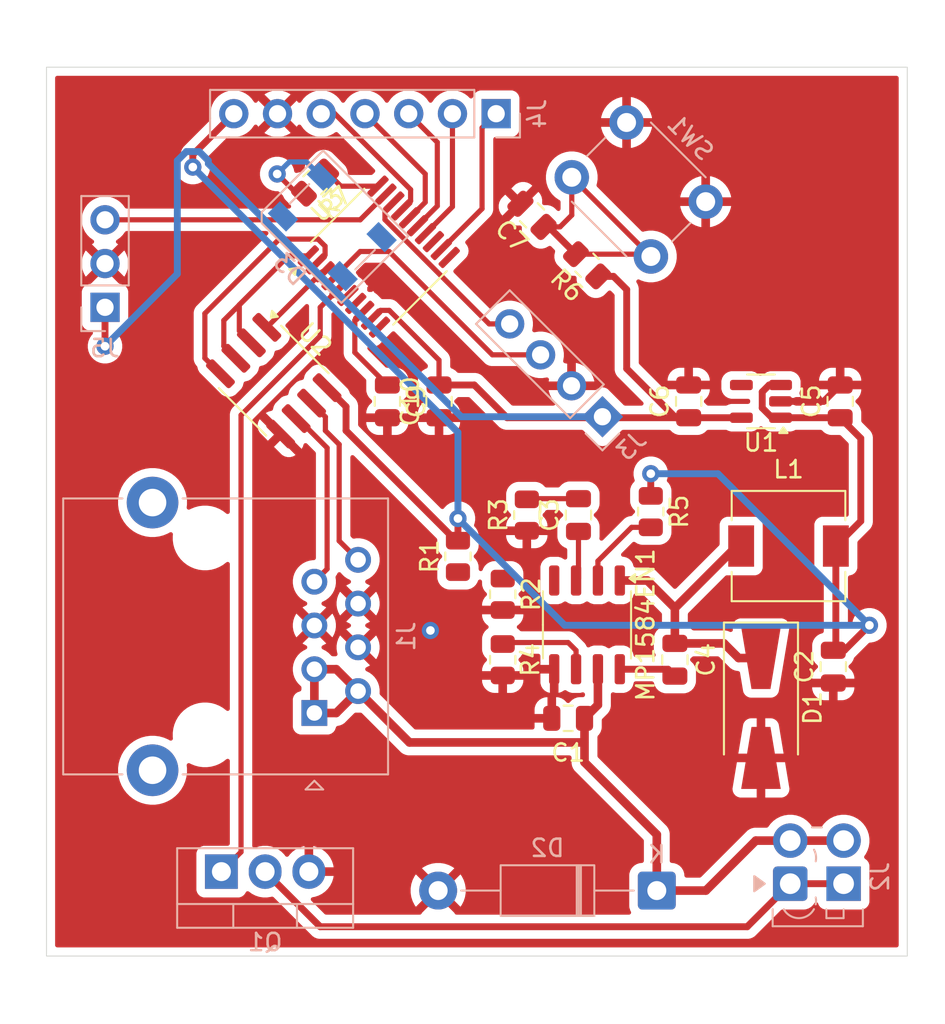
<source format=kicad_pcb>
(kicad_pcb (version 20241229) (generator "pcbnew") (generator_version "9.0")
  (layers (0 "F.Cu" signal) (2 "B.Cu" signal) (13 "F.Paste" user) (15 "B.Paste" user) (5 "F.SilkS" user "F.Silkscreen") (7 "B.SilkS" user "B.Silkscreen") (1 "F.Mask" user) (3 "B.Mask" user) (25 "Edge.Cuts" user))
  (net 0 "")
  (net 1 "GND")
  (net 2 "/NRST")
  (net 3 "+24V")
  (net 4 "/A485")
  (net 5 "/B485")
  (net 6 "/SWIM")
  (net 7 "+3.3V")
  (net 8 "/SV_SIGNAL")
  (net 9 "Net-(J2-Pin_1)")
  (net 10 "+5V")
  (net 12 "/485_EN")
  (net 13 "/UART_TX")
  (net 14 "/UART_RX")
  (net 15 "/S1")
  (net 18 "/S0")
  (net 20 "/S3")
  (net 21 "/A_IN")
  (net 24 "/PD3")
  (net 25 "/S2")
  (net 26 "Net-(U3-VCAP)")
  (net 27 "Net-(MP1584EN1-COMP)")
  (net 28 "Net-(C3-Pad2)")
  (net 29 "Net-(MP1584EN1-BST)")
  (net 30 "Net-(D1-K)")
  (net 31 "Net-(MP1584EN1-EN)")
  (net 32 "Net-(MP1584EN1-FREQ)")
  (net 33 "Net-(MP1584EN1-FB)")
  (net 34 "/F_SENS")
  (net 35 "Net-(D3-DIN)")
  (footprint "Capacitor_SMD:C_0805_2012Metric" (layer "F.Cu") (at 147.3 47.8 135)
    (property "Reference" "C7" (at 0 -1.679999 135) (layer "F.SilkS"))
    (property "Value" "0.1uF")
    (fp_line (start -0.261253 -0.735) (end 0.261253 -0.735) (stroke (width 0.12)) (layer "F.SilkS"))
    (fp_line (start -0.261253 0.735) (end 0.261253 0.735) (stroke (width 0.12)) (layer "F.SilkS"))
    (pad "1" smd roundrect (at -0.949999 0 135) (size 1 1.45) (layers "F.Cu" "F.Mask" "F.Paste") (net 2 "/NRST"))
    (pad "2" smd roundrect (at 0.949999 0 135) (size 1 1.45) (layers "F.Cu" "F.Mask" "F.Paste") (net 1 "GND"))
  )
  (footprint "Capacitor_SMD:C_0805_2012Metric" (layer "F.Cu") (at 141.9 58.6 90)
    (property "Reference" "C10" (at 0 -1.679999 90) (layer "F.SilkS"))
    (property "Value" "0.1uF")
    (fp_line (start -0.261253 -0.735) (end 0.261253 -0.735) (stroke (width 0.12)) (layer "F.SilkS"))
    (fp_line (start -0.261253 0.735) (end 0.261253 0.735) (stroke (width 0.12)) (layer "F.SilkS"))
    (pad "1" smd roundrect (at -0.949999 0 90) (size 1 1.45) (layers "F.Cu" "F.Mask" "F.Paste") (net 1 "GND"))
    (pad "2" smd roundrect (at 0.949999 0 90) (size 1 1.45) (layers "F.Cu" "F.Mask" "F.Paste") (net 7 "+3.3V"))
  )
  (footprint "Resistor_SMD:R_0805_2012Metric" (layer "F.Cu") (at 145.6 73.6 -90)
    (property "Reference" "R4" (at 0 -1.6 90) (layer "F.SilkS"))
    (property "Value" "100k")
    (fp_line (start -0.227064 0.735) (end 0.227064 0.735) (stroke (width 0.12)) (layer "F.SilkS"))
    (fp_line (start -0.227064 -0.735) (end 0.227064 -0.735) (stroke (width 0.12)) (layer "F.SilkS"))
    (pad "1" smd roundrect (at -0.9125 0 270) (size 1.025 1.4) (layers "F.Cu" "F.Mask" "F.Paste") (roundrect_rratio 0.243902) (net 32 "Net-(MP1584EN1-FREQ)"))
    (pad "2" smd roundrect (at 0.9125 0 270) (size 1.025 1.4) (layers "F.Cu" "F.Mask" "F.Paste") (roundrect_rratio 0.243902) (net 1 "GND"))
  )
  (footprint "Capacitor_SMD:C_0805_2012Metric" (layer "F.Cu") (at 156.4 58.6 90)
    (property "Reference" "C6" (at 0 -1.679999 90) (layer "F.SilkS"))
    (property "Value" "1uF")
    (fp_line (start -0.261253 -0.735) (end 0.261253 -0.735) (stroke (width 0.12)) (layer "F.SilkS"))
    (fp_line (start -0.261253 0.735) (end 0.261253 0.735) (stroke (width 0.12)) (layer "F.SilkS"))
    (pad "1" smd roundrect (at -0.949999 0 90) (size 1 1.45) (layers "F.Cu" "F.Mask" "F.Paste") (net 7 "+3.3V"))
    (pad "2" smd roundrect (at 0.949999 0 90) (size 1 1.45) (layers "F.Cu" "F.Mask" "F.Paste") (net 1 "GND"))
  )
  (footprint "Package_SO:SOIC-8_3.9x4.9mm_P1.27mm" (layer "F.Cu") (at 132.3 57.4 -45)
    (property "Reference" "U2" (at 0 -3.4 135) (layer "F.SilkS"))
    (property "Value" "MAX485E")
    (fp_line (start 0 2.559999) (end -1.95 2.56) (stroke (width 0.12)) (layer "F.SilkS"))
    (fp_line (start 0 2.559999) (end 1.95 2.56) (stroke (width 0.12)) (layer "F.SilkS"))
    (fp_line (start 0 -2.559999) (end -1.95 -2.56) (stroke (width 0.12)) (layer "F.SilkS"))
    (fp_line (start 0 -2.559999) (end 1.95 -2.56) (stroke (width 0.12)) (layer "F.SilkS"))
    (fp_poly (pts (xy -2.7 -2.465) (xy -2.939999 -2.795) (xy -2.46 -2.795)) (stroke (width 0.12)) (fill yes) (layer "F.SilkS"))
    (pad "1" smd roundrect (at -2.475 -1.905 315) (size 1.95 0.6) (layers "F.Cu" "F.Mask" "F.Paste") (net 14 "/UART_RX"))
    (pad "2" smd roundrect (at -2.475 -0.635 315) (size 1.95 0.6) (layers "F.Cu" "F.Mask" "F.Paste") (net 12 "/485_EN"))
    (pad "3" smd roundrect (at -2.475 0.635 315) (size 1.95 0.6) (layers "F.Cu" "F.Mask" "F.Paste") (net 12 "/485_EN"))
    (pad "4" smd roundrect (at -2.475 1.905 315) (size 1.95 0.6) (layers "F.Cu" "F.Mask" "F.Paste") (net 13 "/UART_TX"))
    (pad "5" smd roundrect (at 2.475 1.905 315) (size 1.95 0.6) (layers "F.Cu" "F.Mask" "F.Paste") (net 1 "GND"))
    (pad "6" smd roundrect (at 2.475 0.635 315) (size 1.95 0.6) (layers "F.Cu" "F.Mask" "F.Paste") (net 4 "/A485"))
    (pad "7" smd roundrect (at 2.475 -0.635 315) (size 1.95 0.6) (layers "F.Cu" "F.Mask" "F.Paste") (net 5 "/B485"))
    (pad "8" smd roundrect (at 2.475 -1.905 315) (size 1.95 0.6) (layers "F.Cu" "F.Mask" "F.Paste") (net 10 "+5V"))
  )
  (footprint "Resistor_SMD:R_0805_2012Metric" (layer "F.Cu") (at 147 65.2 90)
    (property "Reference" "R3" (at 0 -1.65 90) (layer "F.SilkS"))
    (property "Value" "100k")
    (fp_line (start -0.227064 -0.735) (end 0.227064 -0.735) (stroke (width 0.12)) (layer "F.SilkS"))
    (fp_line (start -0.227064 0.735) (end 0.227064 0.735) (stroke (width 0.12)) (layer "F.SilkS"))
    (pad "1" smd roundrect (at -0.9125 0 90) (size 1.025 1.4) (layers "F.Cu" "F.Mask" "F.Paste") (roundrect_rratio 0.243902) (net 1 "GND"))
    (pad "2" smd roundrect (at 0.9125 0 90) (size 1.025 1.4) (layers "F.Cu" "F.Mask" "F.Paste") (roundrect_rratio 0.243902) (net 28 "Net-(C3-Pad2)"))
  )
  (footprint "Resistor_SMD:R_0805_2012Metric" (layer "F.Cu") (at 134.7 45.9 -135)
    (property "Reference" "R7" (at 0 -1.65 45) (layer "F.SilkS"))
    (property "Value" "120")
    (fp_line (start -0.227064 0.735) (end 0.227064 0.735) (stroke (width 0.12)) (layer "F.SilkS"))
    (fp_line (start -0.227064 -0.735) (end 0.227064 -0.735) (stroke (width 0.12)) (layer "F.SilkS"))
    (pad "1" smd roundrect (at -0.9125 0 225) (size 1.025 1.4) (layers "F.Cu" "F.Mask" "F.Paste") (roundrect_rratio 0.243902) (net 24 "/PD3"))
    (pad "2" smd roundrect (at 0.9125 0 225) (size 1.025 1.4) (layers "F.Cu" "F.Mask" "F.Paste") (roundrect_rratio 0.243902) (net 35 "Net-(D3-DIN)"))
  )
  (footprint "Capacitor_SMD:C_0805_2012Metric" (layer "F.Cu") (at 155.6 73.6 90)
    (property "Reference" "C4" (at 0 1.8 90) (layer "F.SilkS"))
    (property "Value" "100nF")
    (fp_line (start -0.261253 -0.735) (end 0.261253 -0.735) (stroke (width 0.12)) (layer "F.SilkS"))
    (fp_line (start -0.261253 0.735) (end 0.261253 0.735) (stroke (width 0.12)) (layer "F.SilkS"))
    (pad "1" smd roundrect (at -0.949999 0 90) (size 1 1.45) (layers "F.Cu" "F.Mask" "F.Paste") (net 29 "Net-(MP1584EN1-BST)"))
    (pad "2" smd roundrect (at 0.949999 0 90) (size 1 1.45) (layers "F.Cu" "F.Mask" "F.Paste") (net 30 "Net-(D1-K)"))
  )
  (footprint "Resistor_SMD:R_0805_2012Metric" (layer "F.Cu") (at 143 67.6 90)
    (property "Reference" "R1" (at 0 -1.65 90) (layer "F.SilkS"))
    (property "Value" "210k")
    (fp_line (start -0.227064 -0.735) (end 0.227064 -0.735) (stroke (width 0.12)) (layer "F.SilkS"))
    (fp_line (start -0.227064 0.735) (end 0.227064 0.735) (stroke (width 0.12)) (layer "F.SilkS"))
    (pad "1" smd roundrect (at -0.9125 0 90) (size 1.025 1.4) (layers "F.Cu" "F.Mask" "F.Paste") (roundrect_rratio 0.243902) (net 33 "Net-(MP1584EN1-FB)"))
    (pad "2" smd roundrect (at 0.9125 0 90) (size 1.025 1.4) (layers "F.Cu" "F.Mask" "F.Paste") (roundrect_rratio 0.243902) (net 10 "+5V"))
  )
  (footprint "Package_SO:TSSOP-20_4.4x6.5mm_P0.65mm" (layer "F.Cu") (at 138.4 50.2 45)
    (property "Reference" "U3" (at 0 -4.199999 45) (layer "F.SilkS"))
    (property "Value" "STM8S003F3P")
    (fp_line (start 0 -3.384999) (end -2.199999 -3.385) (stroke (width 0.12)) (layer "F.SilkS"))
    (fp_line (start 0 -3.384999) (end 2.199999 -3.385) (stroke (width 0.12)) (layer "F.SilkS"))
    (fp_line (start 0 3.384999) (end -2.199999 3.385) (stroke (width 0.12)) (layer "F.SilkS"))
    (fp_line (start 0 3.384999) (end 2.199999 3.385) (stroke (width 0.12)) (layer "F.SilkS"))
    (fp_poly (pts (xy -3.86 -2.925) (xy -4.19 -2.685) (xy -4.189999 -3.165)) (stroke (width 0.12)) (fill yes) (layer "F.SilkS"))
    (pad "1" smd roundrect (at -2.8625 -2.925 45) (size 1.475 0.4) (layers "F.Cu" "F.Mask" "F.Paste") (net 12 "/485_EN"))
    (pad "2" smd roundrect (at -2.8625 -2.275 45) (size 1.475 0.4) (layers "F.Cu" "F.Mask" "F.Paste") (net 13 "/UART_TX"))
    (pad "3" smd roundrect (at -2.8625 -1.625 45) (size 1.475 0.4) (layers "F.Cu" "F.Mask" "F.Paste") (net 14 "/UART_RX"))
    (pad "4" smd roundrect (at -2.8625 -0.975 45) (size 1.475 0.4) (layers "F.Cu" "F.Mask" "F.Paste") (net 2 "/NRST"))
    (pad "5" smd roundrect (at -2.8625 -0.325 45) (size 1.475 0.4) (layers "F.Cu" "F.Mask" "F.Paste") (net 8 "/SV_SIGNAL"))
    (pad "6" smd roundrect (at -2.8625 0.325 45) (size 1.475 0.4) (layers "F.Cu" "F.Mask" "F.Paste"))
    (pad "7" smd roundrect (at -2.8625 0.975 45) (size 1.475 0.4) (layers "F.Cu" "F.Mask" "F.Paste") (net 1 "GND"))
    (pad "8" smd roundrect (at -2.8625 1.625 45) (size 1.475 0.4) (layers "F.Cu" "F.Mask" "F.Paste") (net 26 "Net-(U3-VCAP)"))
    (pad "9" smd roundrect (at -2.8625 2.275 45) (size 1.475 0.4) (layers "F.Cu" "F.Mask" "F.Paste") (net 7 "+3.3V"))
    (pad "10" smd roundrect (at -2.8625 2.925 45) (size 1.475 0.4) (layers "F.Cu" "F.Mask" "F.Paste"))
    (pad "11" smd roundrect (at 2.8625 2.925 45) (size 1.475 0.4) (layers "F.Cu" "F.Mask" "F.Paste"))
    (pad "12" smd roundrect (at 2.8625 2.275 45) (size 1.475 0.4) (layers "F.Cu" "F.Mask" "F.Paste") (net 21 "/A_IN"))
    (pad "13" smd roundrect (at 2.8625 1.625 45) (size 1.475 0.4) (layers "F.Cu" "F.Mask" "F.Paste"))
    (pad "14" smd roundrect (at 2.8625 0.975 45) (size 1.475 0.4) (layers "F.Cu" "F.Mask" "F.Paste") (net 18 "/S0"))
    (pad "15" smd roundrect (at 2.8625 0.325 45) (size 1.475 0.4) (layers "F.Cu" "F.Mask" "F.Paste") (net 15 "/S1"))
    (pad "16" smd roundrect (at 2.8625 -0.325 45) (size 1.475 0.4) (layers "F.Cu" "F.Mask" "F.Paste") (net 25 "/S2"))
    (pad "17" smd roundrect (at 2.8625 -0.975 45) (size 1.475 0.4) (layers "F.Cu" "F.Mask" "F.Paste") (net 20 "/S3"))
    (pad "18" smd roundrect (at 2.8625 -1.625 45) (size 1.475 0.4) (layers "F.Cu" "F.Mask" "F.Paste") (net 6 "/SWIM"))
    (pad "19" smd roundrect (at 2.8625 -2.275 45) (size 1.475 0.4) (layers "F.Cu" "F.Mask" "F.Paste") (net 34 "/F_SENS"))
    (pad "20" smd roundrect (at 2.8625 -2.925 45) (size 1.475 0.4) (layers "F.Cu" "F.Mask" "F.Paste") (net 24 "/PD3"))
  )
  (footprint "Package_TO_SOT_SMD:SOT-23-5" (layer "F.Cu") (at 160.6 58.6 180)
    (property "Reference" "U1" (at 0 -2.4 0) (layer "F.SilkS"))
    (property "Value" "AP2112K-3.3")
    (fp_line (start 0 1.560001) (end 0.8 1.56) (stroke (width 0.12)) (layer "F.SilkS"))
    (fp_line (start 0 1.560001) (end -0.8 1.56) (stroke (width 0.12)) (layer "F.SilkS"))
    (fp_line (start 0 -1.560001) (end 0.8 -1.56) (stroke (width 0.12)) (layer "F.SilkS"))
    (fp_line (start 0 -1.560001) (end -0.8 -1.56) (stroke (width 0.12)) (layer "F.SilkS"))
    (fp_poly (pts (xy -1.3 -1.51) (xy -1.54 -1.84) (xy -1.06 -1.84)) (stroke (width 0.12)) (fill yes) (layer "F.SilkS"))
    (pad "1" smd roundrect (at -1.1375 -0.949999 180) (size 1.325 0.6) (layers "F.Cu" "F.Mask" "F.Paste") (net 10 "+5V"))
    (pad "2" smd roundrect (at -1.1375 0 180) (size 1.325 0.6) (layers "F.Cu" "F.Mask" "F.Paste") (net 1 "GND"))
    (pad "3" smd roundrect (at -1.1375 0.949999 180) (size 1.325 0.6) (layers "F.Cu" "F.Mask" "F.Paste") (net 10 "+5V"))
    (pad "4" smd roundrect (at 1.1375 0.949999 180) (size 1.325 0.6) (layers "F.Cu" "F.Mask" "F.Paste"))
    (pad "5" smd roundrect (at 1.1375 -0.949999 180) (size 1.325 0.6) (layers "F.Cu" "F.Mask" "F.Paste") (net 7 "+3.3V"))
  )
  (footprint "Capacitor_SMD:C_0805_2012Metric" (layer "F.Cu") (at 150 65.2 90)
    (property "Reference" "C3" (at 0 -1.679999 90) (layer "F.SilkS"))
    (property "Value" "150pF")
    (fp_line (start -0.261253 -0.735) (end 0.261253 -0.735) (stroke (width 0.12)) (layer "F.SilkS"))
    (fp_line (start -0.261253 0.735) (end 0.261253 0.735) (stroke (width 0.12)) (layer "F.SilkS"))
    (pad "1" smd roundrect (at -0.949999 0 90) (size 1 1.45) (layers "F.Cu" "F.Mask" "F.Paste") (net 27 "Net-(MP1584EN1-COMP)"))
    (pad "2" smd roundrect (at 0.949999 0 90) (size 1 1.45) (layers "F.Cu" "F.Mask" "F.Paste") (net 28 "Net-(C3-Pad2)"))
  )
  (footprint "Capacitor_SMD:C_0805_2012Metric" (layer "F.Cu") (at 164.8 74 90)
    (property "Reference" "C2" (at 0 -1.679999 90) (layer "F.SilkS"))
    (property "Value" "22uF 6.3V")
    (fp_line (start -0.261253 -0.735) (end 0.261253 -0.735) (stroke (width 0.12)) (layer "F.SilkS"))
    (fp_line (start -0.261253 0.735) (end 0.261253 0.735) (stroke (width 0.12)) (layer "F.SilkS"))
    (pad "1" smd roundrect (at -0.949999 0 90) (size 1 1.45) (layers "F.Cu" "F.Mask" "F.Paste") (net 1 "GND"))
    (pad "2" smd roundrect (at 0.949999 0 90) (size 1 1.45) (layers "F.Cu" "F.Mask" "F.Paste") (net 10 "+5V"))
  )
  (footprint "Diode_SMD:D_SMA-SMB_Universal_Handsoldering" (layer "F.Cu") (at 160.6 76.4 -90)
    (property "Reference" "D1" (at 0 -3 90) (layer "F.SilkS"))
    (property "Value" "~")
    (fp_line (start -4.96 2.15) (end 2.7 2.15) (stroke (width 0.12)) (layer "F.SilkS"))
    (fp_line (start -4.96 -2.15) (end -4.96 2.15) (stroke (width 0.12)) (layer "F.SilkS"))
    (fp_line (start -4.96 -2.15) (end 2.7 -2.15) (stroke (width 0.12)) (layer "F.SilkS"))
    (pad "1" smd trapezoid (at -2.9 0 270) (size 3.6 1.7) (rect_delta 0.6 0) (layers "F.Cu" "F.Mask" "F.Paste") (net 30 "Net-(D1-K)"))
    (pad "2" smd trapezoid (at 2.9 0 90) (size 3.6 1.7) (rect_delta 0.6 0) (layers "F.Cu" "F.Mask" "F.Paste") (net 1 "GND"))
  )
  (footprint "Resistor_SMD:R_0805_2012Metric" (layer "F.Cu") (at 150.5 50.7 135)
    (property "Reference" "R6" (at 0 -1.65 135) (layer "F.SilkS"))
    (property "Value" "10K")
    (fp_line (start -0.227064 -0.735) (end 0.227064 -0.735) (stroke (width 0.12)) (layer "F.SilkS"))
    (fp_line (start -0.227064 0.735) (end 0.227064 0.735) (stroke (width 0.12)) (layer "F.SilkS"))
    (pad "1" smd roundrect (at -0.9125 0 135) (size 1.025 1.4) (layers "F.Cu" "F.Mask" "F.Paste") (roundrect_rratio 0.243902) (net 7 "+3.3V"))
    (pad "2" smd roundrect (at 0.9125 0 135) (size 1.025 1.4) (layers "F.Cu" "F.Mask" "F.Paste") (roundrect_rratio 0.243902) (net 2 "/NRST"))
  )
  (footprint "Inductor_SMD:L_6.3x6.3_H3" (layer "F.Cu") (at 162.2 67)
    (property "Reference" "L1" (at 0 -4.45 0) (layer "F.SilkS"))
    (property "Value" "15uH")
    (fp_line (start -3.3 -3.2) (end 3.3 -3.2) (stroke (width 0.12)) (layer "F.SilkS"))
    (fp_line (start -3.3 -1.5) (end -3.3 -3.2) (stroke (width 0.12)) (layer "F.SilkS"))
    (fp_line (start -3.3 3.2) (end -3.3 1.5) (stroke (width 0.12)) (layer "F.SilkS"))
    (fp_line (start 3.3 -3.2) (end 3.3 -1.5) (stroke (width 0.12)) (layer "F.SilkS"))
    (fp_line (start 3.3 1.5) (end 3.3 3.2) (stroke (width 0.12)) (layer "F.SilkS"))
    (fp_line (start 3.3 3.2) (end -3.3 3.2) (stroke (width 0.12)) (layer "F.SilkS"))
    (pad "1" smd rect (at -2.75 0) (size 1.5 2.4) (layers "F.Cu" "F.Mask" "F.Paste") (net 30 "Net-(D1-K)"))
    (pad "2" smd rect (at 2.75 0) (size 1.5 2.4) (layers "F.Cu" "F.Mask" "F.Paste") (net 10 "+5V"))
  )
  (footprint "Resistor_SMD:R_0805_2012Metric" (layer "F.Cu") (at 145.6 69.8 -90)
    (property "Reference" "R2" (at 0 -1.65 90) (layer "F.SilkS"))
    (property "Value" "40.2k")
    (fp_line (start -0.227064 0.735) (end 0.227064 0.735) (stroke (width 0.12)) (layer "F.SilkS"))
    (fp_line (start -0.227064 -0.735) (end 0.227064 -0.735) (stroke (width 0.12)) (layer "F.SilkS"))
    (pad "1" smd roundrect (at -0.9125 0 270) (size 1.025 1.4) (layers "F.Cu" "F.Mask" "F.Paste") (roundrect_rratio 0.243902) (net 33 "Net-(MP1584EN1-FB)"))
    (pad "2" smd roundrect (at 0.9125 0 270) (size 1.025 1.4) (layers "F.Cu" "F.Mask" "F.Paste") (roundrect_rratio 0.243902) (net 1 "GND"))
  )
  (footprint "Capacitor_SMD:C_0805_2012Metric" (layer "F.Cu") (at 165.2 58.6 90)
    (property "Reference" "C5" (at 0 -1.679999 90) (layer "F.SilkS"))
    (property "Value" "1uF")
    (fp_line (start -0.261253 -0.735) (end 0.261253 -0.735) (stroke (width 0.12)) (layer "F.SilkS"))
    (fp_line (start -0.261253 0.735) (end 0.261253 0.735) (stroke (width 0.12)) (layer "F.SilkS"))
    (pad "1" smd roundrect (at -0.949999 0 90) (size 1 1.45) (layers "F.Cu" "F.Mask" "F.Paste") (net 10 "+5V"))
    (pad "2" smd roundrect (at 0.949999 0 90) (size 1 1.45) (layers "F.Cu" "F.Mask" "F.Paste") (net 1 "GND"))
  )
  (footprint "Capacitor_SMD:C_0805_2012Metric" (layer "F.Cu") (at 138.9 58.6 -90)
    (property "Reference" "C9" (at 0 -1.679999 90) (layer "F.SilkS"))
    (property "Value" "1uF")
    (fp_line (start -0.261253 0.735) (end 0.261253 0.735) (stroke (width 0.12)) (layer "F.SilkS"))
    (fp_line (start -0.261253 -0.735) (end 0.261253 -0.735) (stroke (width 0.12)) (layer "F.SilkS"))
    (pad "1" smd roundrect (at -0.949999 0 270) (size 1 1.45) (layers "F.Cu" "F.Mask" "F.Paste") (net 26 "Net-(U3-VCAP)"))
    (pad "2" smd roundrect (at 0.949999 0 270) (size 1 1.45) (layers "F.Cu" "F.Mask" "F.Paste") (net 1 "GND"))
  )
  (footprint "Capacitor_SMD:C_0805_2012Metric" (layer "F.Cu") (at 149.4 77)
    (property "Reference" "C1" (at 0 2 0) (layer "F.SilkS"))
    (property "Value" "10uF 50v")
    (fp_line (start -0.261252 -0.735) (end 0.261252 -0.735) (stroke (width 0.12)) (layer "F.SilkS"))
    (fp_line (start -0.261252 0.735) (end 0.261252 0.735) (stroke (width 0.12)) (layer "F.SilkS"))
    (pad "1" smd roundrect (at -0.95 0) (size 1 1.45) (layers "F.Cu" "F.Mask" "F.Paste") (net 1 "GND"))
    (pad "2" smd roundrect (at 0.95 0) (size 1 1.45) (layers "F.Cu" "F.Mask" "F.Paste") (net 3 "+24V"))
  )
  (footprint "Resistor_SMD:R_0805_2012Metric" (layer "F.Cu") (at 154.2 65 -90)
    (property "Reference" "R5" (at 0 -1.65 90) (layer "F.SilkS"))
    (property "Value" "100k")
    (fp_line (start -0.227064 0.735) (end 0.227064 0.735) (stroke (width 0.12)) (layer "F.SilkS"))
    (fp_line (start -0.227064 -0.735) (end 0.227064 -0.735) (stroke (width 0.12)) (layer "F.SilkS"))
    (pad "1" smd roundrect (at -0.9125 0 270) (size 1.025 1.4) (layers "F.Cu" "F.Mask" "F.Paste") (roundrect_rratio 0.243902) (net 10 "+5V"))
    (pad "2" smd roundrect (at 0.9125 0 270) (size 1.025 1.4) (layers "F.Cu" "F.Mask" "F.Paste") (roundrect_rratio 0.243902) (net 31 "Net-(MP1584EN1-EN)"))
  )
  (footprint "Package_SO:SO-8_3.9x4.9mm_P1.27mm" (layer "F.Cu") (at 150.495001 71.575 -90)
    (property "Reference" "MP1584EN1" (at 0 -3.4 90) (layer "F.SilkS"))
    (property "Value" "~")
    (fp_line (start 0 2.559999) (end -1.95 2.56) (stroke (width 0.12)) (layer "F.SilkS"))
    (fp_line (start 0 2.559999) (end 1.95 2.56) (stroke (width 0.12)) (layer "F.SilkS"))
    (fp_line (start 0 -2.559999) (end -1.95 -2.56) (stroke (width 0.12)) (layer "F.SilkS"))
    (fp_line (start 0 -2.559999) (end 1.95 -2.56) (stroke (width 0.12)) (layer "F.SilkS"))
    (fp_poly (pts (xy -2.7 -2.465) (xy -2.939999 -2.795) (xy -2.46 -2.795)) (stroke (width 0.12)) (fill yes) (layer "F.SilkS"))
    (pad "1" smd roundrect (at -2.575 -1.904999 270) (size 1.75 0.6) (layers "F.Cu" "F.Mask" "F.Paste") (net 30 "Net-(D1-K)"))
    (pad "2" smd roundrect (at -2.575 -0.635 270) (size 1.75 0.6) (layers "F.Cu" "F.Mask" "F.Paste") (net 31 "Net-(MP1584EN1-EN)"))
    (pad "3" smd roundrect (at -2.575 0.635 270) (size 1.75 0.6) (layers "F.Cu" "F.Mask" "F.Paste") (net 27 "Net-(MP1584EN1-COMP)"))
    (pad "4" smd roundrect (at -2.575 1.904999 270) (size 1.75 0.6) (layers "F.Cu" "F.Mask" "F.Paste") (net 33 "Net-(MP1584EN1-FB)"))
    (pad "5" smd roundrect (at 2.575 1.904999 270) (size 1.75 0.6) (layers "F.Cu" "F.Mask" "F.Paste") (net 1 "GND"))
    (pad "6" smd roundrect (at 2.575 0.635 270) (size 1.75 0.6) (layers "F.Cu" "F.Mask" "F.Paste") (net 32 "Net-(MP1584EN1-FREQ)"))
    (pad "7" smd roundrect (at 2.575 -0.635 270) (size 1.75 0.6) (layers "F.Cu" "F.Mask" "F.Paste") (net 3 "+24V"))
    (pad "8" smd roundrect (at 2.575 -1.904999 270) (size 1.75 0.6) (layers "F.Cu" "F.Mask" "F.Paste") (net 29 "Net-(MP1584EN1-BST)"))
  )
  (footprint "Connector_PinHeader_2.54mm:PinHeader_1x04_P2.54mm_Vertical" (layer "B.Cu") (at 151.392102 59.492102 45)
    (property "Reference" "J3" (at 0 2.38 45) (layer "B.SilkS") (effects (justify mirror)))
    (property "Value" "Conn_01x04")
    (fp_line (start -1.379999 -9) (end 1.379999 -9) (stroke (width 0.12)) (layer "B.SilkS"))
    (fp_line (start -1.38 -1.27) (end -1.379999 -9) (stroke (width 0.12)) (layer "B.SilkS"))
    (fp_line (start -1.38 -1.27) (end 1.38 -1.27) (stroke (width 0.12)) (layer "B.SilkS"))
    (fp_line (start -1.379999 0) (end -1.38 1.38) (stroke (width 0.12)) (layer "B.SilkS"))
    (fp_line (start -1.38 1.38) (end 0 1.379999) (stroke (width 0.12)) (layer "B.SilkS"))
    (fp_line (start 1.38 -1.27) (end 1.379999 -9) (stroke (width 0.12)) (layer "B.SilkS"))
    (pad "1" thru_hole rect (at 0 0 45) (size 1.7 1.7) (drill 1) (layers "*.Cu" "*.Mask") (net 7 "+3.3V"))
    (pad "2" thru_hole circle (at 0 -2.54 45) (size 1.7 1.7) (drill 1) (layers "*.Cu" "*.Mask") (net 1 "GND"))
    (pad "3" thru_hole circle (at 0 -5.079999 45) (size 1.7 1.7) (drill 1) (layers "*.Cu" "*.Mask") (net 2 "/NRST"))
    (pad "4" thru_hole circle (at 0 -7.62 45) (size 1.7 1.7) (drill 1) (layers "*.Cu" "*.Mask") (net 6 "/SWIM"))
  )
  (footprint "LED_SMD:LED_Inolux_IN-PI554FCH_PLCC4_5.0x5.0mm_P3.2mm" (layer "B.Cu") (at 135.701041 48.463782 -45)
    (property "Reference" "D3" (at 0 3.5 135) (layer "B.SilkS") (effects (justify mirror)))
    (property "Value" "Adderesable")
    (fp_line (start -3.5 2.3) (end -3.5 -2.75) (stroke (width 0.12)) (layer "B.SilkS"))
    (fp_line (start -3.05 2.75) (end -3.5 2.3) (stroke (width 0.12)) (layer "B.SilkS"))
    (fp_line (start -2.7 0.8) (end -2.7 -0.8) (stroke (width 0.12)) (layer "B.SilkS"))
    (fp_line (start 3.5 2.75) (end -3.05 2.75) (stroke (width 0.12)) (layer "B.SilkS"))
    (fp_line (start 2.7 0.8) (end 2.7 -0.8) (stroke (width 0.12)) (layer "B.SilkS"))
    (fp_line (start 3.5 -2.75) (end -3.5 -2.75) (stroke (width 0.12)) (layer "B.SilkS"))
    (fp_line (start 3.5 -2.75) (end 3.5 2.75) (stroke (width 0.12)) (layer "B.SilkS"))
    (pad "1" smd rect (at -2.45 1.6 315) (size 1.5 1) (layers "B.Cu" "B.Mask" "B.Paste") (net 1 "GND"))
    (pad "2" smd rect (at -2.45 -1.6 315) (size 1.5 1) (layers "B.Cu" "B.Mask" "B.Paste") (net 35 "Net-(D3-DIN)"))
    (pad "3" smd rect (at 2.45 -1.6 315) (size 1.5 1) (layers "B.Cu" "B.Mask" "B.Paste") (net 10 "+5V"))
    (pad "4" smd rect (at 2.45 1.6 315) (size 1.5 1) (layers "B.Cu" "B.Mask" "B.Paste"))
  )
  (footprint "TerminalBlock_Phoenix:TerminalBlock_Phoenix_PTSM-0,5-2-2.5-V-THR_1x02_P2.50mm_Vertical" (layer "B.Cu") (at 162.3 86.6 90)
    (property "Reference" "J2" (at 0.4 5.22 90) (layer "B.SilkS") (effects (justify mirror)))
    (property "Value" "Screw_Terminal_01x02")
    (fp_line (start -1.48 -1.02) (end -2.47 -1.02) (stroke (width 0.12)) (layer "B.SilkS"))
    (fp_line (start -2.47 -1.02) (end -2.47 4.22) (stroke (width 0.12)) (layer "B.SilkS"))
    (fp_line (start 3.27 1.836) (end 3.27 1.264) (stroke (width 0.12)) (layer "B.SilkS"))
    (fp_line (start -1.48 2.1) (end -2 2.1) (stroke (width 0.12)) (layer "B.SilkS"))
    (fp_line (start -2 2.1) (end -2.000001 3.1) (stroke (width 0.12)) (layer "B.SilkS"))
    (fp_line (start -2.000001 3.1) (end -1.48 3.1) (stroke (width 0.12)) (layer "B.SilkS"))
    (fp_line (start -2.47 4.22) (end -1.48 4.220001) (stroke (width 0.12)) (layer "B.SilkS"))
    (fp_arc (start -1.48 1.377) (mid -2.000001 0.499999) (end -1.48 -0.377) (stroke (width 0.12)) (layer "B.SilkS"))
    (fp_arc (start 1.971 1.382) (mid 1.644617 1.489908) (end 1.301 1.48) (stroke (width 0.12)) (layer "B.SilkS"))
    (fp_arc (start -0.801 1.480001) (mid -1 1.500001) (end -1.199 1.48) (stroke (width 0.12)) (layer "B.SilkS"))
    (fp_poly (pts (xy 0 -1.48) (xy 0.44 -2.09) (xy -0.44 -2.09)) (stroke (width 0.12)) (fill yes) (layer "B.SilkS"))
    (pad "1" thru_hole roundrect (at 0 0 90) (size 2 2) (drill 1.2) (layers "*.Cu" "*.Mask") (roundrect_rratio 0.125) (net 9 "Net-(J2-Pin_1)"))
    (pad "1" thru_hole rect (at 0 3.1 90) (size 2 2) (drill 1.2) (layers "*.Cu" "*.Mask") (net 9 "Net-(J2-Pin_1)"))
    (pad "2" thru_hole circle (at 2.5 0 90) (size 2 2) (drill 1.2) (layers "*.Cu" "*.Mask") (net 3 "+24V"))
    (pad "2" thru_hole circle (at 2.5 3.1 90) (size 2 2) (drill 1.2) (layers "*.Cu" "*.Mask") (net 3 "+24V"))
  )
  (footprint "Connector_RJ:RJ45_Ninigi_GE" (layer "B.Cu") (at 134.66 76.69 90)
    (property "Reference" "J1" (at 4.445 5.34 90) (layer "B.SilkS") (effects (justify mirror)))
    (property "Value" "8P8C")
    (fp_line (start 12.455 -14.59) (end -3.565 -14.59) (stroke (width 0.12)) (layer "B.SilkS"))
    (fp_line (start 12.455 -11.150001) (end 12.455 -14.59) (stroke (width 0.12)) (layer "B.SilkS"))
    (fp_line (start -3.565 -11.15) (end -3.565 -14.59) (stroke (width 0.12)) (layer "B.SilkS"))
    (fp_line (start -4.441 -0.508) (end -3.933 0) (stroke (width 0.12)) (layer "B.SilkS"))
    (fp_line (start -3.933 0) (end -4.441 0.508) (stroke (width 0.12)) (layer "B.SilkS"))
    (fp_line (start -4.441 0.508) (end -4.441 -0.508) (stroke (width 0.12)) (layer "B.SilkS"))
    (fp_line (start 12.455 4.28) (end 12.455 -7.65) (stroke (width 0.12)) (layer "B.SilkS"))
    (fp_line (start 12.455 4.28) (end -3.565 4.28) (stroke (width 0.12)) (layer "B.SilkS"))
    (fp_line (start -3.565 4.28) (end -3.565 -7.65) (stroke (width 0.12)) (layer "B.SilkS"))
    (pad "" np_thru_hole circle (at -1.270001 -6.35 90) (size 3.25 3.25) (drill 3.25) (layers "*.Cu" "*.Mask"))
    (pad "" np_thru_hole circle (at 10.16 -6.35 270) (size 3.25 3.25) (drill 3.25) (layers "*.Cu" "*.Mask"))
    (pad "1" thru_hole rect (at 0 0 270) (size 1.5 1.5) (drill 0.9) (layers "*.Cu" "*.Mask") (net 3 "+24V"))
    (pad "2" thru_hole circle (at 1.27 2.54 270) (size 1.5 1.5) (drill 0.9) (layers "*.Cu" "*.Mask") (net 3 "+24V"))
    (pad "3" thru_hole circle (at 2.54 0 270) (size 1.5 1.5) (drill 0.9) (layers "*.Cu" "*.Mask") (net 3 "+24V"))
    (pad "4" thru_hole circle (at 3.81 2.54 270) (size 1.5 1.5) (drill 0.9) (layers "*.Cu" "*.Mask") (net 1 "GND"))
    (pad "5" thru_hole circle (at 5.079999 0 270) (size 1.5 1.5) (drill 0.9) (layers "*.Cu" "*.Mask") (net 1 "GND"))
    (pad "6" thru_hole circle (at 6.35 2.54 270) (size 1.5 1.5) (drill 0.9) (layers "*.Cu" "*.Mask") (net 1 "GND"))
    (pad "7" thru_hole circle (at 7.62 0 270) (size 1.5 1.5) (drill 0.9) (layers "*.Cu" "*.Mask") (net 4 "/A485"))
    (pad "8" thru_hole circle (at 8.89 2.54 270) (size 1.5 1.5) (drill 0.9) (layers "*.Cu" "*.Mask") (net 5 "/B485"))
    (pad "SH" thru_hole circle (at -3.325 -9.4 90) (size 3 3) (drill 1.6) (layers "*.Cu" "*.Mask"))
    (pad "SH" thru_hole circle (at 12.215 -9.4 270) (size 3 3) (drill 1.6) (layers "*.Cu" "*.Mask"))
  )
  (footprint "Package_TO_SOT_THT:TO-220-3_Vertical" (layer "B.Cu") (at 129.26 85.9)
    (property "Reference" "Q1" (at 2.54 4.1 0) (layer "B.SilkS") (effects (justify mirror)))
    (property "Value" "IRLZ44N")
    (fp_line (start -2.57 -1.36) (end -2.57 3.260001) (stroke (width 0.12)) (layer "B.SilkS"))
    (fp_line (start -2.57 1.88) (end 7.65 1.88) (stroke (width 0.12)) (layer "B.SilkS"))
    (fp_line (start -2.57 3.260001) (end 7.65 3.26) (stroke (width 0.12)) (layer "B.SilkS"))
    (fp_line (start 0.69 3.26) (end 0.69 1.88) (stroke (width 0.12)) (layer "B.SilkS"))
    (fp_line (start 4.39 3.26) (end 4.39 1.88) (stroke (width 0.12)) (layer "B.SilkS"))
    (fp_line (start 7.65 -1.36) (end -2.57 -1.36) (stroke (width 0.12)) (layer "B.SilkS"))
    (fp_line (start 7.65 3.26) (end 7.65 -1.36) (stroke (width 0.12)) (layer "B.SilkS"))
    (pad "1" thru_hole rect (at 0 0) (size 1.905 2) (drill 1.1) (layers "*.Cu" "*.Mask") (net 8 "/SV_SIGNAL"))
    (pad "2" thru_hole oval (at 2.54 0) (size 1.905 2) (drill 1.1) (layers "*.Cu" "*.Mask") (net 9 "Net-(J2-Pin_1)"))
    (pad "3" thru_hole oval (at 5.079999 0) (size 1.905 2) (drill 1.1) (layers "*.Cu" "*.Mask") (net 1 "GND"))
  )
  (footprint "Diode_THT:D_DO-41_SOD81_P12.70mm_Horizontal" (layer "B.Cu") (at 154.55 87 180)
    (property "Reference" "D2" (at 6.35 2.47 0) (layer "B.SilkS") (effects (justify mirror)))
    (property "Value" "FR107/1N4007")
    (fp_line (start 11.36 0) (end 9.070001 0) (stroke (width 0.12)) (layer "B.SilkS"))
    (fp_line (start 4.650001 1.47) (end 4.650001 -1.47) (stroke (width 0.12)) (layer "B.SilkS"))
    (fp_line (start 4.53 1.47) (end 4.53 -1.47) (stroke (width 0.12)) (layer "B.SilkS"))
    (fp_line (start 4.41 1.47) (end 4.41 -1.47) (stroke (width 0.12)) (layer "B.SilkS"))
    (fp_line (start 1.34 0) (end 3.630001 0) (stroke (width 0.12)) (layer "B.SilkS"))
    (fp_poly (pts (xy 3.630001 1.47) (xy 9.07 1.469999) (xy 9.07 -1.469999) (xy 3.630001 -1.47)) (stroke (width 0.12)) (fill no) (layer "B.SilkS"))
    (fp_text user "K" (at 0 2.1 0) (layer "B.SilkS") (effects (justify mirror)))
    (pad "1" thru_hole roundrect (at 0 0 180) (size 2.2 2.2) (drill 1.1) (layers "*.Cu" "*.Mask") (roundrect_rratio 0.113636) (net 3 "+24V"))
    (pad "2" thru_hole circle (at 12.7 0 180) (size 2.2 2.2) (drill 1.1) (layers "*.Cu" "*.Mask") (net 1 "GND"))
  )
  (footprint "Button_Switch_THT:SW_PUSH_6mm" (layer "B.Cu") (at 157.389088 47.007107 135)
    (property "Reference" "SW1" (at 3.25 2.000001 135) (layer "B.SilkS") (effects (justify mirror)))
    (property "Value" "RST")
    (fp_line (start 6.75 -3) (end 6.75 -1.5) (stroke (width 0.12)) (layer "B.SilkS"))
    (fp_line (start 1 -5.5) (end 5.5 -5.5) (stroke (width 0.12)) (layer "B.SilkS"))
    (fp_line (start 5.5 1) (end 1 1) (stroke (width 0.12)) (layer "B.SilkS"))
    (fp_line (start -0.25 -1.5) (end -0.25 -3) (stroke (width 0.12)) (layer "B.SilkS"))
    (pad "1" thru_hole circle (at 0 0 45) (size 2 2) (drill 1.1) (layers "*.Cu" "*.Mask") (net 1 "GND"))
    (pad "1" thru_hole circle (at 6.5 0 45) (size 2 2) (drill 1.1) (layers "*.Cu" "*.Mask") (net 1 "GND"))
    (pad "2" thru_hole circle (at 0 -4.500001 45) (size 2 2) (drill 1.1) (layers "*.Cu" "*.Mask") (net 2 "/NRST"))
    (pad "2" thru_hole circle (at 6.500001 -4.5 45) (size 2 2) (drill 1.1) (layers "*.Cu" "*.Mask") (net 2 "/NRST"))
  )
  (footprint "Connector_PinHeader_2.54mm:PinHeader_1x03_P2.54mm_Vertical" (layer "B.Cu") (at 122.5 53.14)
    (property "Reference" "J5" (at 0 2.38 0) (layer "B.SilkS") (effects (justify mirror)))
    (property "Value" "Conn_01x03")
    (fp_line (start -1.38 -6.46) (end 1.38 -6.46) (stroke (width 0.12)) (layer "B.SilkS"))
    (fp_line (start -1.38 -1.27) (end -1.38 -6.46) (stroke (width 0.12)) (layer "B.SilkS"))
    (fp_line (start -1.38 -1.27) (end 1.38 -1.27) (stroke (width 0.12)) (layer "B.SilkS"))
    (fp_line (start -1.38 1.38) (end 0 1.379999) (stroke (width 0.12)) (layer "B.SilkS"))
    (fp_line (start -1.379999 0) (end -1.38 1.38) (stroke (width 0.12)) (layer "B.SilkS"))
    (fp_line (start 1.38 -1.27) (end 1.38 -6.46) (stroke (width 0.12)) (layer "B.SilkS"))
    (pad "1" thru_hole rect (at 0 0) (size 1.7 1.7) (drill 1) (layers "*.Cu" "*.Mask") (net 7 "+3.3V"))
    (pad "2" thru_hole circle (at 0 -2.54) (size 1.7 1.7) (drill 1) (layers "*.Cu" "*.Mask") (net 1 "GND"))
    (pad "3" thru_hole circle (at 0 -5.079999) (size 1.7 1.7) (drill 1) (layers "*.Cu" "*.Mask") (net 34 "/F_SENS"))
  )
  (footprint "Connector_PinHeader_2.54mm:PinHeader_1x07_P2.54mm_Vertical" (layer "B.Cu") (at 145.22 41.9 90)
    (property "Reference" "J4" (at 0 2.38 90) (layer "B.SilkS") (effects (justify mirror)))
    (property "Value" "Conn_01x07")
    (fp_line (start -1.38 -16.62) (end 1.38 -16.62) (stroke (width 0.12)) (layer "B.SilkS"))
    (fp_line (start 1.38 -1.27) (end 1.38 -16.62) (stroke (width 0.12)) (layer "B.SilkS"))
    (fp_line (start -1.38 -1.27) (end -1.38 -16.62) (stroke (width 0.12)) (layer "B.SilkS"))
    (fp_line (start -1.38 -1.27) (end 1.38 -1.27) (stroke (width 0.12)) (layer "B.SilkS"))
    (fp_line (start -1.379999 0) (end -1.38 1.38) (stroke (width 0.12)) (layer "B.SilkS"))
    (fp_line (start -1.38 1.38) (end 0 1.379999) (stroke (width 0.12)) (layer "B.SilkS"))
    (pad "1" thru_hole rect (at 0 0 90) (size 1.7 1.7) (drill 1) (layers "*.Cu" "*.Mask") (net 21 "/A_IN"))
    (pad "2" thru_hole circle (at 0 -2.54 90) (size 1.7 1.7) (drill 1) (layers "*.Cu" "*.Mask") (net 18 "/S0"))
    (pad "3" thru_hole circle (at 0 -5.079999 90) (size 1.7 1.7) (drill 1) (layers "*.Cu" "*.Mask") (net 15 "/S1"))
    (pad "4" thru_hole circle (at 0 -7.62 90) (size 1.7 1.7) (drill 1) (layers "*.Cu" "*.Mask") (net 25 "/S2"))
    (pad "5" thru_hole circle (at 0 -10.16 90) (size 1.7 1.7) (drill 1) (layers "*.Cu" "*.Mask") (net 20 "/S3"))
    (pad "6" thru_hole circle (at 0 -12.7 90) (size 1.7 1.7) (drill 1) (layers "*.Cu" "*.Mask") (net 1 "GND"))
    (pad "7" thru_hole circle (at 0 -15.24 90) (size 1.7 1.7) (drill 1) (layers "*.Cu" "*.Mask") (net 10 "+5V"))
  )
  (gr_rect (start 119.1 39.2) (end 169.1 90.8) (stroke (width 0.05)) (fill no) (layer "Edge.Cuts"))
  (segment (start 161.7375 58.6) (end 164.250001 58.6) (width 0.4) (layer "F.Cu") (net 1))
  (segment (start 164.250001 58.6) (end 165.2 57.650001) (width 0.4) (layer "F.Cu") (net 1))
  (via (at 141.4 71.9) (size 1) (drill 0.5) (layers "F.Cu" "B.Cu") (net 1))
  (segment (start 137.321142 49.9) (end 139 49.9) (width 0.3) (layer "F.Cu") (net 2))
  (segment (start 148.928249 48.471751) (end 147.971751 48.471751) (width 0.3) (layer "F.Cu") (net 2))
  (segment (start 148.271751 48.471751) (end 149.854765 50.054765) (width 0.4) (layer "F.Cu") (net 2))
  (segment (start 149.610913 45.592893) (end 149.610913 47.789087) (width 0.3) (layer "F.Cu") (net 2))
  (segment (start 139 49.9) (end 145 55.9) (width 0.3) (layer "F.Cu") (net 2))
  (segment (start 145 55.9) (end 147.8 55.9) (width 0.3) (layer "F.Cu") (net 2))
  (segment (start 147.971751 48.471751) (end 148.271751 48.471751) (width 0.4) (layer "F.Cu") (net 2))
  (segment (start 135.686478 51.534664) (end 137.321142 49.9) (width 0.3) (layer "F.Cu") (net 2))
  (segment (start 154.072784 50.054765) (end 154.207107 50.189088) (width 0.3) (layer "F.Cu") (net 2))
  (segment (start 154.207107 50.189088) (end 149.610913 45.592893) (width 0.3) (layer "F.Cu") (net 2))
  (segment (start 149.854765 50.054765) (end 154.072784 50.054765) (width 0.3) (layer "F.Cu") (net 2))
  (segment (start 149.610913 47.789087) (end 148.928249 48.471751) (width 0.3) (layer "F.Cu") (net 2))
  (segment (start 157.4 87) (end 160.3 84.1) (width 0.5) (layer "F.Cu") (net 3))
  (segment (start 134.66 74.15) (end 135.93 74.15) (width 0.5) (layer "F.Cu") (net 3))
  (segment (start 154.55 87) (end 154.55 83.75) (width 0.5) (layer "F.Cu") (net 3))
  (segment (start 162.3 84.1) (end 165.4 84.1) (width 0.5) (layer "F.Cu") (net 3))
  (segment (start 137.2 75.42) (end 140.18 78.4) (width 0.5) (layer "F.Cu") (net 3))
  (segment (start 154.55 87) (end 157.4 87) (width 0.5) (layer "F.Cu") (net 3))
  (segment (start 135.93 76.69) (end 137.2 75.42) (width 0.5) (layer "F.Cu") (net 3))
  (segment (start 150.35 78.4) (end 150.35 77) (width 0.5) (layer "F.Cu") (net 3))
  (segment (start 150.35 79.55) (end 150.35 78.4) (width 0.5) (layer "F.Cu") (net 3))
  (segment (start 150.35 77) (end 151.130001 76.219999) (width 0.5) (layer "F.Cu") (net 3))
  (segment (start 135.93 74.15) (end 137.2 75.42) (width 0.5) (layer "F.Cu") (net 3))
  (segment (start 160.3 84.1) (end 162.3 84.1) (width 0.5) (layer "F.Cu") (net 3))
  (segment (start 151.130001 76.219999) (end 151.130001 74.15) (width 0.5) (layer "F.Cu") (net 3))
  (segment (start 134.66 76.69) (end 135.93 76.69) (width 0.5) (layer "F.Cu") (net 3))
  (segment (start 134.66 76.69) (end 134.66 74.15) (width 0.5) (layer "F.Cu") (net 3))
  (segment (start 154.55 83.75) (end 150.35 79.55) (width 0.5) (layer "F.Cu") (net 3))
  (segment (start 140.18 78.4) (end 150.35 78.4) (width 0.5) (layer "F.Cu") (net 3))
  (segment (start 135.4 68.33) (end 134.66 69.07) (width 0.3) (layer "F.Cu") (net 4))
  (segment (start 135.4 61.3) (end 135.4 68.33) (width 0.3) (layer "F.Cu") (net 4))
  (segment (start 133.601076 59.599102) (end 133.699102 59.599102) (width 0.3) (layer "F.Cu") (net 4))
  (segment (start 133.699102 59.599102) (end 135.4 61.3) (width 0.3) (layer "F.Cu") (net 4))
  (segment (start 135.3 59.501974) (end 135.3 60.3) (width 0.3) (layer "F.Cu") (net 5))
  (segment (start 136.1 61.1) (end 136.1 66.7) (width 0.3) (layer "F.Cu") (net 5))
  (segment (start 135.3 60.3) (end 136.1 61.1) (width 0.3) (layer "F.Cu") (net 5))
  (segment (start 134.499102 58.701076) (end 135.3 59.501974) (width 0.3) (layer "F.Cu") (net 5))
  (segment (start 136.1 66.7) (end 137.2 67.8) (width 0.3) (layer "F.Cu") (net 5))
  (segment (start 138.760214 47.541689) (end 139.275045 47.026858) (width 0.3) (layer "F.Cu") (net 6))
  (segment (start 138.760214 48.0514) (end 138.760214 47.541689) (width 0.3) (layer "F.Cu") (net 6))
  (segment (start 144.812762 54.103948) (end 138.760214 48.0514) (width 0.3) (layer "F.Cu") (net 6))
  (segment (start 146.003948 54.103948) (end 144.812762 54.103948) (width 0.3) (layer "F.Cu") (net 6))
  (segment (start 152.8 56.7) (end 152.8 52.108636) (width 0.4) (layer "F.Cu") (net 7))
  (segment (start 145.849999 59.549999) (end 143.950001 57.650001) (width 0.4) (layer "F.Cu") (net 7))
  (segment (start 152.036599 51.345235) (end 151.145235 51.345235) (width 0.4) (layer "F.Cu") (net 7))
  (segment (start 122.5 55.4) (end 122.5 53.14) (width 0.4) (layer "F.Cu") (net 7))
  (segment (start 139.009116 53.317931) (end 141.9 56.208815) (width 0.3) (layer "F.Cu") (net 7))
  (segment (start 152.8 52.108636) (end 152.036599 51.345235) (width 0.4) (layer "F.Cu") (net 7))
  (segment (start 138.499405 53.317931) (end 139.009116 53.317931) (width 0.3) (layer "F.Cu") (net 7))
  (segment (start 156.4 59.549999) (end 159.4625 59.549999) (width 0.4) (layer "F.Cu") (net 7))
  (segment (start 143.950001 57.650001) (end 141.9 57.650001) (width 0.4) (layer "F.Cu") (net 7))
  (segment (start 156.4 59.549999) (end 155.649999 59.549999) (width 0.4) (layer "F.Cu") (net 7))
  (segment (start 155.649999 59.549999) (end 152.8 56.7) (width 0.4) (layer "F.Cu") (net 7))
  (segment (start 156.4 59.549999) (end 145.849999 59.549999) (width 0.4) (layer "F.Cu") (net 7))
  (segment (start 141.9 56.208815) (end 141.9 57.650001) (width 0.3) (layer "F.Cu") (net 7))
  (segment (start 137.984575 53.832761) (end 138.499405 53.317931) (width 0.3) (layer "F.Cu") (net 7))
  (via (at 122.5 55.4) (size 1) (drill 0.5) (layers "F.Cu" "B.Cu") (net 7))
  (segment (start 126.699 51.201) (end 126.699 44.626793) (width 0.4) (layer "B.Cu") (net 7))
  (segment (start 128.501 44.800688) (end 143.192414 59.492102) (width 0.4) (layer "B.Cu") (net 7))
  (segment (start 122.5 55.4) (end 126.699 51.201) (width 0.4) (layer "B.Cu") (net 7))
  (segment (start 128.501 44.626793) (end 128.501 44.800688) (width 0.4) (layer "B.Cu") (net 7))
  (segment (start 127.973207 44.099) (end 128.501 44.626793) (width 0.4) (layer "B.Cu") (net 7))
  (segment (start 126.699 44.626793) (end 127.226793 44.099) (width 0.4) (layer "B.Cu") (net 7))
  (segment (start 127.226793 44.099) (end 127.973207 44.099) (width 0.4) (layer "B.Cu") (net 7))
  (segment (start 143.192414 59.492102) (end 151.392102 59.492102) (width 0.4) (layer "B.Cu") (net 7))
  (segment (start 130.4 59.4) (end 130.4 84.76) (width 0.3) (layer "F.Cu") (net 8))
  (segment (start 135 53.14038) (end 135 54.8) (width 0.3) (layer "F.Cu") (net 8))
  (segment (start 135 54.8) (end 130.4 59.4) (width 0.3) (layer "F.Cu") (net 8))
  (segment (start 130.4 84.76) (end 129.26 85.9) (width 0.3) (layer "F.Cu") (net 8))
  (segment (start 136.146097 51.994283) (end 135 53.14038) (width 0.3) (layer "F.Cu") (net 8))
  (segment (start 131.8 85.9) (end 135 89.1) (width 0.4) (layer "F.Cu") (net 9))
  (segment (start 135 89.1) (end 159.8 89.1) (width 0.4) (layer "F.Cu") (net 9))
  (segment (start 162.3 86.6) (end 165.4 86.6) (width 0.4) (layer "F.Cu") (net 9))
  (segment (start 159.8 89.1) (end 162.3 86.6) (width 0.4) (layer "F.Cu") (net 9))
  (segment (start 161.075001 57.650001) (end 161.7375 57.650001) (width 0.4) (layer "F.Cu") (net 10))
  (segment (start 154.2 62.8) (end 154.2 64.0875) (width 0.4) (layer "F.Cu") (net 10))
  (segment (start 160.674 58.051002) (end 161.075001 57.650001) (width 0.4) (layer "F.Cu") (net 10))
  (segment (start 142.8875 66.6875) (end 136.5 60.3) (width 0.4) (layer "F.Cu") (net 10))
  (segment (start 160.674 58.982388) (end 160.674 58.051002) (width 0.4) (layer "F.Cu") (net 10))
  (segment (start 127.6 45) (end 127.6 44.28) (width 0.4) (layer "F.Cu") (net 10))
  (segment (start 143 65.4) (end 143 66.6875) (width 0.4) (layer "F.Cu") (net 10))
  (segment (start 165.2 59.549999) (end 166.4 60.749999) (width 0.4) (layer "F.Cu") (net 10))
  (segment (start 164.95 72.900001) (end 164.8 73.050001) (width 0.4) (layer "F.Cu") (net 10))
  (segment (start 166.4 65.55) (end 164.95 67) (width 0.4) (layer "F.Cu") (net 10))
  (segment (start 165.2 59.549999) (end 161.7375 59.549999) (width 0.4) (layer "F.Cu") (net 10))
  (segment (start 165.449999 73.050001) (end 166.9 71.6) (width 0.4) (layer "F.Cu") (net 10))
  (segment (start 143 66.6875) (end 142.8875 66.6875) (width 0.4) (layer "F.Cu") (net 10))
  (segment (start 161.7375 59.549999) (end 161.241611 59.549999) (width 0.4) (layer "F.Cu") (net 10))
  (segment (start 161.241611 59.549999) (end 160.674 58.982388) (width 0.4) (layer "F.Cu") (net 10))
  (segment (start 164.95 67) (end 164.95 72.900001) (width 0.4) (layer "F.Cu") (net 10))
  (segment (start 164.8 73.050001) (end 165.449999 73.050001) (width 0.4) (layer "F.Cu") (net 10))
  (segment (start 136.5 58.905923) (end 135.397128 57.803051) (width 0.4) (layer "F.Cu") (net 10))
  (segment (start 127.6 44.28) (end 129.98 41.9) (width 0.4) (layer "F.Cu") (net 10))
  (segment (start 136.5 60.3) (end 136.5 58.905923) (width 0.4) (layer "F.Cu") (net 10))
  (segment (start 166.4 60.749999) (end 166.4 65.55) (width 0.4) (layer "F.Cu") (net 10))
  (via (at 127.6 45) (size 1) (drill 0.5) (layers "F.Cu" "B.Cu") (net 10))
  (via (at 154.2 62.8) (size 1) (drill 0.5) (layers "F.Cu" "B.Cu") (net 10))
  (via (at 143 65.4) (size 1) (drill 0.5) (layers "F.Cu" "B.Cu") (net 10))
  (via (at 166.9 71.6) (size 1) (drill 0.5) (layers "F.Cu" "B.Cu") (net 10))
  (segment (start 143 60.4) (end 143 65.4) (width 0.4) (layer "B.Cu") (net 10))
  (segment (start 166.9 71.6) (end 158.1 62.8) (width 0.4) (layer "B.Cu") (net 10))
  (segment (start 166.9 71.6) (end 149.2 71.6) (width 0.4) (layer "B.Cu") (net 10))
  (segment (start 149.2 71.6) (end 143 65.4) (width 0.4) (layer "B.Cu") (net 10))
  (segment (start 127.6 45) (end 143 60.4) (width 0.4) (layer "B.Cu") (net 10))
  (segment (start 158.1 62.8) (end 154.2 62.8) (width 0.4) (layer "B.Cu") (net 10))
  (segment (start 133.144194 50.155806) (end 130.3 53) (width 0.3) (layer "F.Cu") (net 12))
  (segment (start 129.4 55.398026) (end 129.4 53.9) (width 0.3) (layer "F.Cu") (net 12))
  (segment (start 129.4 53.9) (end 133.144194 50.155806) (width 0.3) (layer "F.Cu") (net 12))
  (segment (start 130.3 53) (end 130.3 54.501974) (width 0.3) (layer "F.Cu") (net 12))
  (segment (start 130.100898 56.098924) (end 129.4 55.398026) (width 0.3) (layer "F.Cu") (net 12))
  (segment (start 134.30762 50.155806) (end 133.144194 50.155806) (width 0.3) (layer "F.Cu") (net 12))
  (segment (start 130.3 54.501974) (end 130.998924 55.200898) (width 0.3) (layer "F.Cu") (net 12))
  (segment (start 134.767239 50.615425) (end 135.28207 50.100594) (width 0.3) (layer "F.Cu") (net 13))
  (segment (start 128.3 56.094077) (end 129.202872 56.996949) (width 0.3) (layer "F.Cu") (net 13))
  (segment (start 132.618644 49.181356) (end 128.3 53.5) (width 0.3) (layer "F.Cu") (net 13))
  (segment (start 135.28207 50.100594) (end 135.28207 49.590884) (width 0.3) (layer "F.Cu") (net 13))
  (segment (start 134.872542 49.181356) (end 132.618644 49.181356) (width 0.3) (layer "F.Cu") (net 13))
  (segment (start 128.3 53.5) (end 128.3 56.094077) (width 0.3) (layer "F.Cu") (net 13))
  (segment (start 135.28207 49.590884) (end 134.872542 49.181356) (width 0.3) (layer "F.Cu") (net 13))
  (segment (start 135.124776 51.075045) (end 135.226858 51.075045) (width 0.3) (layer "F.Cu") (net 14))
  (segment (start 131.896949 54.302872) (end 135.124776 51.075045) (width 0.3) (layer "F.Cu") (net 14))
  (segment (start 141.8 43.559999) (end 141.8 47.25962) (width 0.3) (layer "F.Cu") (net 15))
  (segment (start 141.8 47.25962) (end 140.653903 48.405717) (width 0.3) (layer "F.Cu") (net 15))
  (segment (start 140.140001 41.9) (end 141.8 43.559999) (width 0.3) (layer "F.Cu") (net 15))
  (segment (start 142.68 47.298858) (end 141.113522 48.865336) (width 0.3) (layer "F.Cu") (net 18))
  (segment (start 142.68 41.9) (end 142.68 47.298858) (width 0.3) (layer "F.Cu") (net 18))
  (segment (start 135.843779 41.9) (end 140.249495 46.305716) (width 0.3) (layer "F.Cu") (net 20))
  (segment (start 140.249495 46.971647) (end 139.734664 47.486478) (width 0.3) (layer "F.Cu") (net 20))
  (segment (start 140.249495 46.305716) (end 140.249495 46.971647) (width 0.3) (layer "F.Cu") (net 20))
  (segment (start 135.06 41.9) (end 135.843779 41.9) (width 0.3) (layer "F.Cu") (net 20))
  (segment (start 144.4 47.417336) (end 142.032761 49.784575) (width 0.3) (layer "F.Cu") (net 21))
  (segment (start 144.4 42.72) (end 144.4 47.417336) (width 0.3) (layer "F.Cu") (net 21))
  (segment (start 145.22 41.9) (end 144.4 42.72) (width 0.3) (layer "F.Cu") (net 21))
  (segment (start 136.19809 46.10762) (end 135.345235 45.254765) (width 0.3) (layer "F.Cu") (net 24))
  (segment (start 138.355806 46.10762) (end 136.19809 46.10762) (width 0.3) (layer "F.Cu") (net 24))
  (segment (start 141.1 45.4) (end 141.1 47.04038) (width 0.3) (layer "F.Cu") (net 25))
  (segment (start 141.1 47.04038) (end 140.194283 47.946097) (width 0.3) (layer "F.Cu") (net 25))
  (segment (start 137.6 41.9) (end 141.1 45.4) (width 0.3) (layer "F.Cu") (net 25))
  (segment (start 137.010125 53.887972) (end 137.524955 53.373142) (width 0.3) (layer "F.Cu") (net 26))
  (segment (start 137.010125 55.760126) (end 137.010125 53.887972) (width 0.3) (layer "F.Cu") (net 26))
  (segment (start 138.9 57.650001) (end 137.010125 55.760126) (width 0.3) (layer "F.Cu") (net 26))
  (segment (start 150 68.860001) (end 149.860001 69) (width 0.3) (layer "F.Cu") (net 27))
  (segment (start 150 66.149999) (end 150 68.860001) (width 0.3) (layer "F.Cu") (net 27))
  (segment (start 150 64.250001) (end 147.037499 64.250001) (width 0.3) (layer "F.Cu") (net 28))
  (segment (start 147.437499 64.250001) (end 147.4 64.2875) (width 0.4) (layer "F.Cu") (net 28))
  (segment (start 147.037499 64.250001) (end 147 64.2875) (width 0.3) (layer "F.Cu") (net 28))
  (segment (start 155.200001 74.15) (end 155.6 74.549999) (width 0.4) (layer "F.Cu") (net 29))
  (segment (start 152.4 74.15) (end 155.200001 74.15) (width 0.4) (layer "F.Cu") (net 29))
  (segment (start 159.3 73.5) (end 158.450001 72.650001) (width 0.5) (layer "F.Cu") (net 30))
  (segment (start 158.450001 72.650001) (end 155.6 72.650001) (width 0.5) (layer "F.Cu") (net 30))
  (segment (start 154 69) (end 152.4 69) (width 0.5) (layer "F.Cu") (net 30))
  (segment (start 155.6 70.6) (end 159.2 67) (width 0.5) (layer "F.Cu") (net 30))
  (segment (start 155.6 70.6) (end 154 69) (width 0.5) (layer "F.Cu") (net 30))
  (segment (start 159.2 67) (end 159.45 67) (width 0.5) (layer "F.Cu") (net 30))
  (segment (start 160.6 73.5) (end 159.3 73.5) (width 0.5) (layer "F.Cu") (net 30))
  (segment (start 155.6 72.650001) (end 155.6 70.6) (width 0.5) (layer "F.Cu") (net 30))
  (segment (start 153.0875 65.9125) (end 154.2 65.9125) (width 0.3) (layer "F.Cu") (net 31))
  (segment (start 151.130001 67.869999) (end 153.0875 65.9125) (width 0.3) (layer "F.Cu") (net 31))
  (segment (start 151.130001 69) (end 151.130001 67.869999) (width 0.3) (layer "F.Cu") (net 31))
  (segment (start 149.860001 74.15) (end 149.860001 73.060001) (width 0.3) (layer "F.Cu") (net 32))
  (segment (start 149.4 72.6) (end 145.6875 72.6) (width 0.3) (layer "F.Cu") (net 32))
  (segment (start 149.860001 73.060001) (end 149.4 72.6) (width 0.3) (layer "F.Cu") (net 32))
  (segment (start 145.6875 72.6) (end 145.6 72.6875) (width 0.3) (layer "F.Cu") (net 32))
  (segment (start 137.322663 48.060001) (end 138.815425 46.567239) (width 0.3) (layer "F.Cu") (net 34))
  (segment (start 122.5 48.060001) (end 137.322663 48.060001) (width 0.3) (layer "F.Cu") (net 34))
  (segment (start 134.054765 46.545235) (end 133.645235 46.545235) (width 0.3) (layer "F.Cu") (net 35))
  (segment (start 133.645235 46.545235) (end 132.5 45.4) (width 0.3) (layer "F.Cu") (net 35))
  (via (at 132.5 45.4) (size 1) (drill 0.5) (layers "F.Cu" "B.Cu") (net 35))
  (segment (start 133.2 44.7) (end 134.2 44.7) (width 0.3) (layer "B.Cu") (net 35))
  (segment (start 134.2 44.7) (end 135.1 45.6) (width 0.3) (layer "B.Cu") (net 35))
  (segment (start 132.5 45.4) (end 133.2 44.7) (width 0.3) (layer "B.Cu") (net 35))
  (zone (net 1) (net_name "GND") (layer "F.Cu") (connect_pads (clearance 0.5)) (min_thickness 0.25) (fill yes (thermal_gap 0.5) (thermal_bridge_width 0.5))
    (polygon (pts (xy 116.6 35.3) (xy 116.8 92.4) (xy 171.3 91.7) (xy 171 36.2) (xy 116.4 35.8)))
  )
)
</source>
